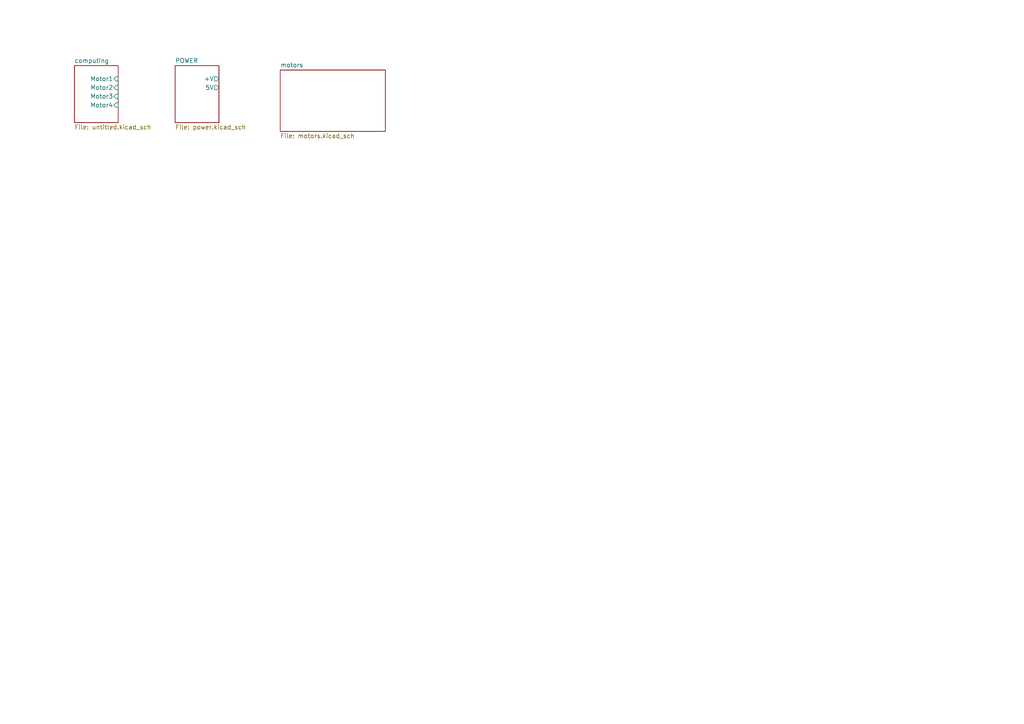
<source format=kicad_sch>
(kicad_sch
	(version 20250114)
	(generator "eeschema")
	(generator_version "9.0")
	(uuid "e8907c08-8650-4764-8307-d7b0333da0bd")
	(paper "A4")
	(lib_symbols)
	(sheet
		(at 21.59 19.05)
		(size 12.7 16.51)
		(exclude_from_sim no)
		(in_bom yes)
		(on_board yes)
		(dnp no)
		(fields_autoplaced yes)
		(stroke
			(width 0.1524)
			(type solid)
		)
		(fill
			(color 0 0 0 0.0000)
		)
		(uuid "4ec4bf97-0e00-43d0-a70a-b5e107970827")
		(property "Sheetname" "computing"
			(at 21.59 18.3384 0)
			(effects
				(font
					(size 1.27 1.27)
				)
				(justify left bottom)
			)
		)
		(property "Sheetfile" "untitled.kicad_sch"
			(at 21.59 36.1446 0)
			(effects
				(font
					(size 1.27 1.27)
				)
				(justify left top)
			)
		)
		(pin "Motor1" input
			(at 34.29 22.86 0)
			(uuid "cd98df6d-f4b0-43c2-9e33-ea8bc71a6caf")
			(effects
				(font
					(size 1.27 1.27)
				)
				(justify right)
			)
		)
		(pin "Motor2" input
			(at 34.29 25.4 0)
			(uuid "e7dfe0d8-b0a3-4074-9389-b19f6346a92d")
			(effects
				(font
					(size 1.27 1.27)
				)
				(justify right)
			)
		)
		(pin "Motor3" input
			(at 34.29 27.94 0)
			(uuid "b744b644-3991-4766-a5ec-76463b663705")
			(effects
				(font
					(size 1.27 1.27)
				)
				(justify right)
			)
		)
		(pin "Motor4" input
			(at 34.29 30.48 0)
			(uuid "b031754a-21de-466d-a82a-a65f9ad6f05f")
			(effects
				(font
					(size 1.27 1.27)
				)
				(justify right)
			)
		)
		(instances
			(project "auv_pcb"
				(path "/e8907c08-8650-4764-8307-d7b0333da0bd"
					(page "2")
				)
			)
		)
	)
	(sheet
		(at 50.8 19.05)
		(size 12.7 16.51)
		(exclude_from_sim no)
		(in_bom yes)
		(on_board yes)
		(dnp no)
		(fields_autoplaced yes)
		(stroke
			(width 0.1524)
			(type solid)
		)
		(fill
			(color 0 0 0 0.0000)
		)
		(uuid "67eb7b28-9c7e-48fb-85c1-7cf739f33f6a")
		(property "Sheetname" "POWER"
			(at 50.8 18.3384 0)
			(effects
				(font
					(size 1.27 1.27)
				)
				(justify left bottom)
			)
		)
		(property "Sheetfile" "power.kicad_sch"
			(at 50.8 36.1446 0)
			(effects
				(font
					(size 1.27 1.27)
				)
				(justify left top)
			)
		)
		(pin "+V" output
			(at 63.5 22.86 0)
			(uuid "5663db12-135c-43ba-b89e-a3cdc7e15c3e")
			(effects
				(font
					(size 1.27 1.27)
				)
				(justify right)
			)
		)
		(pin "5V" output
			(at 63.5 25.4 0)
			(uuid "cb629884-36d1-4e22-90f7-de5f2d681e8c")
			(effects
				(font
					(size 1.27 1.27)
				)
				(justify right)
			)
		)
		(instances
			(project "auv_pcb"
				(path "/e8907c08-8650-4764-8307-d7b0333da0bd"
					(page "3")
				)
			)
		)
	)
	(sheet
		(at 81.28 20.32)
		(size 30.48 17.78)
		(exclude_from_sim no)
		(in_bom yes)
		(on_board yes)
		(dnp no)
		(fields_autoplaced yes)
		(stroke
			(width 0.1524)
			(type solid)
		)
		(fill
			(color 0 0 0 0.0000)
		)
		(uuid "c75bd509-78bf-411c-83b5-a0a70668dca0")
		(property "Sheetname" "motors"
			(at 81.28 19.6084 0)
			(effects
				(font
					(size 1.27 1.27)
				)
				(justify left bottom)
			)
		)
		(property "Sheetfile" "motors.kicad_sch"
			(at 81.28 38.6846 0)
			(effects
				(font
					(size 1.27 1.27)
				)
				(justify left top)
			)
		)
		(instances
			(project "auv_pcb"
				(path "/e8907c08-8650-4764-8307-d7b0333da0bd"
					(page "4")
				)
			)
		)
	)
	(sheet_instances
		(path "/"
			(page "1")
		)
	)
	(embedded_fonts no)
)

</source>
